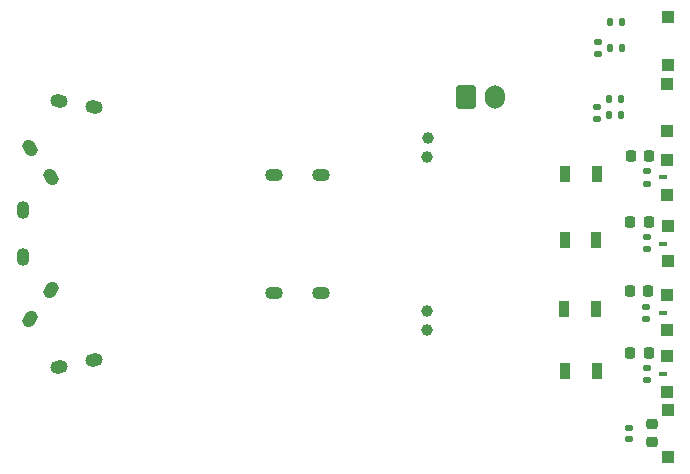
<source format=gbr>
%TF.GenerationSoftware,KiCad,Pcbnew,6.0.7-f9a2dced07~116~ubuntu20.04.1*%
%TF.CreationDate,2022-08-28T21:07:50+05:30*%
%TF.ProjectId,mushak_pcb,6d757368-616b-45f7-9063-622e6b696361,rev?*%
%TF.SameCoordinates,Original*%
%TF.FileFunction,Soldermask,Bot*%
%TF.FilePolarity,Negative*%
%FSLAX46Y46*%
G04 Gerber Fmt 4.6, Leading zero omitted, Abs format (unit mm)*
G04 Created by KiCad (PCBNEW 6.0.7-f9a2dced07~116~ubuntu20.04.1) date 2022-08-28 21:07:50*
%MOMM*%
%LPD*%
G01*
G04 APERTURE LIST*
G04 Aperture macros list*
%AMRoundRect*
0 Rectangle with rounded corners*
0 $1 Rounding radius*
0 $2 $3 $4 $5 $6 $7 $8 $9 X,Y pos of 4 corners*
0 Add a 4 corners polygon primitive as box body*
4,1,4,$2,$3,$4,$5,$6,$7,$8,$9,$2,$3,0*
0 Add four circle primitives for the rounded corners*
1,1,$1+$1,$2,$3*
1,1,$1+$1,$4,$5*
1,1,$1+$1,$6,$7*
1,1,$1+$1,$8,$9*
0 Add four rect primitives between the rounded corners*
20,1,$1+$1,$2,$3,$4,$5,0*
20,1,$1+$1,$4,$5,$6,$7,0*
20,1,$1+$1,$6,$7,$8,$9,0*
20,1,$1+$1,$8,$9,$2,$3,0*%
%AMHorizOval*
0 Thick line with rounded ends*
0 $1 width*
0 $2 $3 position (X,Y) of the first rounded end (center of the circle)*
0 $4 $5 position (X,Y) of the second rounded end (center of the circle)*
0 Add line between two ends*
20,1,$1,$2,$3,$4,$5,0*
0 Add two circle primitives to create the rounded ends*
1,1,$1,$2,$3*
1,1,$1,$4,$5*%
G04 Aperture macros list end*
%ADD10R,1.000000X1.000000*%
%ADD11O,1.500000X1.100000*%
%ADD12R,0.800000X0.400000*%
%ADD13HorizOval,1.100000X-0.196962X0.034730X0.196962X-0.034730X0*%
%ADD14RoundRect,0.250000X-0.600000X-0.750000X0.600000X-0.750000X0.600000X0.750000X-0.600000X0.750000X0*%
%ADD15O,1.700000X2.000000*%
%ADD16O,1.100000X1.500000*%
%ADD17C,1.000000*%
%ADD18HorizOval,1.100000X-0.114715X0.163830X0.114715X-0.163830X0*%
%ADD19HorizOval,1.100000X-0.196962X-0.034730X0.196962X0.034730X0*%
%ADD20HorizOval,1.100000X-0.114715X-0.163830X0.114715X0.163830X0*%
%ADD21RoundRect,0.135000X0.185000X-0.135000X0.185000X0.135000X-0.185000X0.135000X-0.185000X-0.135000X0*%
%ADD22RoundRect,0.135000X-0.135000X-0.185000X0.135000X-0.185000X0.135000X0.185000X-0.135000X0.185000X0*%
%ADD23R,0.900000X1.400000*%
%ADD24RoundRect,0.225000X0.250000X-0.225000X0.250000X0.225000X-0.250000X0.225000X-0.250000X-0.225000X0*%
%ADD25RoundRect,0.225000X-0.225000X-0.250000X0.225000X-0.250000X0.225000X0.250000X-0.225000X0.250000X0*%
%ADD26RoundRect,0.140000X0.170000X-0.140000X0.170000X0.140000X-0.170000X0.140000X-0.170000X-0.140000X0*%
G04 APERTURE END LIST*
D10*
%TO.C,J4*%
X205250000Y-88300000D03*
X205250000Y-84300000D03*
%TD*%
D11*
%TO.C,J11*%
X176000000Y-92000000D03*
X172000000Y-92000000D03*
%TD*%
D10*
%TO.C,J8*%
X205350000Y-99350000D03*
D12*
X204950000Y-97850000D03*
D10*
X205350000Y-96350000D03*
%TD*%
D13*
%TO.C,J16*%
X153772788Y-85739528D03*
X156727212Y-86260472D03*
%TD*%
D10*
%TO.C,J7*%
X205300000Y-110400000D03*
D12*
X204900000Y-108900000D03*
D10*
X205300000Y-107400000D03*
%TD*%
D11*
%TO.C,J13*%
X172000000Y-102000000D03*
X176000000Y-102000000D03*
%TD*%
D10*
%TO.C,J6*%
X205300000Y-105200000D03*
D12*
X204900000Y-103700000D03*
D10*
X205300000Y-102200000D03*
%TD*%
D14*
%TO.C,J2*%
X188250000Y-85400000D03*
D15*
X190750000Y-85400000D03*
%TD*%
D10*
%TO.C,J17*%
X205350000Y-115900000D03*
X205350000Y-111900000D03*
%TD*%
D16*
%TO.C,J15*%
X150750000Y-95000000D03*
X150750000Y-99000000D03*
%TD*%
D10*
%TO.C,J5*%
X205370000Y-82700000D03*
X205370000Y-78700000D03*
%TD*%
D17*
%TO.C,M1*%
X184925000Y-103575000D03*
X184975000Y-105125000D03*
%TD*%
D18*
%TO.C,J14*%
X151389635Y-89771272D03*
X153110365Y-92228728D03*
%TD*%
D19*
%TO.C,J10*%
X153822788Y-108260472D03*
X156777212Y-107739528D03*
%TD*%
D10*
%TO.C,J9*%
X205300000Y-93750000D03*
D12*
X204900000Y-92250000D03*
D10*
X205300000Y-90750000D03*
%TD*%
D20*
%TO.C,J12*%
X151389635Y-104228728D03*
X153110365Y-101771272D03*
%TD*%
D21*
%TO.C,R6*%
X203500000Y-104210000D03*
X203500000Y-103190000D03*
%TD*%
D22*
%TO.C,R10*%
X200440000Y-81300000D03*
X201460000Y-81300000D03*
%TD*%
D23*
%TO.C,D4*%
X196602500Y-97550000D03*
X199302500Y-97550000D03*
%TD*%
D24*
%TO.C,C29*%
X204050000Y-114675000D03*
X204050000Y-113125000D03*
%TD*%
D25*
%TO.C,C38*%
X202175000Y-96000000D03*
X203725000Y-96000000D03*
%TD*%
D23*
%TO.C,D2*%
X196550000Y-103400000D03*
X199250000Y-103400000D03*
%TD*%
D22*
%TO.C,R9*%
X200440000Y-79100000D03*
X201460000Y-79100000D03*
%TD*%
%TO.C,R5*%
X200340000Y-86950000D03*
X201360000Y-86950000D03*
%TD*%
D26*
%TO.C,C23*%
X199350000Y-87280000D03*
X199350000Y-86320000D03*
%TD*%
D23*
%TO.C,D5*%
X196650000Y-91950000D03*
X199350000Y-91950000D03*
%TD*%
D21*
%TO.C,R13*%
X203550000Y-98310000D03*
X203550000Y-97290000D03*
%TD*%
%TO.C,R22*%
X203600000Y-92760000D03*
X203600000Y-91740000D03*
%TD*%
D23*
%TO.C,D3*%
X196652500Y-108600000D03*
X199352500Y-108600000D03*
%TD*%
D26*
%TO.C,C22*%
X199450000Y-81780000D03*
X199450000Y-80820000D03*
%TD*%
%TO.C,C30*%
X202050000Y-114380000D03*
X202050000Y-113420000D03*
%TD*%
D21*
%TO.C,R11*%
X203550000Y-109410000D03*
X203550000Y-108390000D03*
%TD*%
D25*
%TO.C,C34*%
X202125000Y-101900000D03*
X203675000Y-101900000D03*
%TD*%
%TO.C,C39*%
X202225000Y-90450000D03*
X203775000Y-90450000D03*
%TD*%
D17*
%TO.C,M2*%
X184975000Y-90475000D03*
X185025000Y-88925000D03*
%TD*%
D22*
%TO.C,R8*%
X200330000Y-85600000D03*
X201350000Y-85600000D03*
%TD*%
D25*
%TO.C,C35*%
X202175000Y-107100000D03*
X203725000Y-107100000D03*
%TD*%
M02*

</source>
